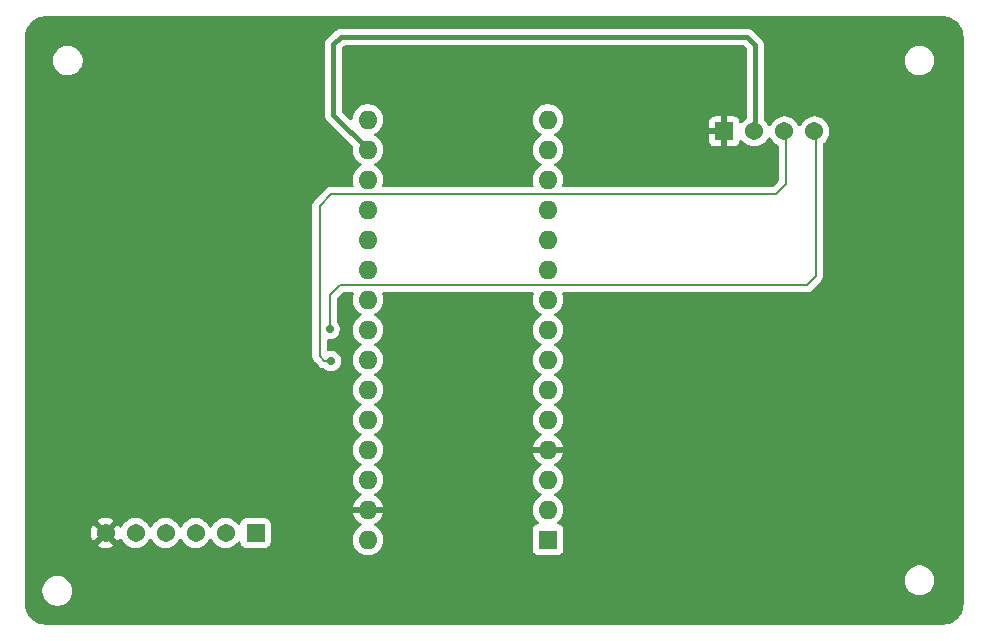
<source format=gbl>
G04 #@! TF.GenerationSoftware,KiCad,Pcbnew,9.0.2*
G04 #@! TF.CreationDate,2025-07-10T23:05:19-07:00*
G04 #@! TF.ProjectId,Digi-Clock,44696769-2d43-46c6-9f63-6b2e6b696361,rev?*
G04 #@! TF.SameCoordinates,Original*
G04 #@! TF.FileFunction,Copper,L2,Bot*
G04 #@! TF.FilePolarity,Positive*
%FSLAX46Y46*%
G04 Gerber Fmt 4.6, Leading zero omitted, Abs format (unit mm)*
G04 Created by KiCad (PCBNEW 9.0.2) date 2025-07-10 23:05:19*
%MOMM*%
%LPD*%
G01*
G04 APERTURE LIST*
G04 #@! TA.AperFunction,ComponentPad*
%ADD10R,1.600000X1.600000*%
G04 #@! TD*
G04 #@! TA.AperFunction,ComponentPad*
%ADD11O,1.600000X1.600000*%
G04 #@! TD*
G04 #@! TA.AperFunction,ComponentPad*
%ADD12R,1.540000X1.540000*%
G04 #@! TD*
G04 #@! TA.AperFunction,ComponentPad*
%ADD13C,1.540000*%
G04 #@! TD*
G04 #@! TA.AperFunction,ViaPad*
%ADD14C,0.700000*%
G04 #@! TD*
G04 #@! TA.AperFunction,Conductor*
%ADD15C,0.400000*%
G04 #@! TD*
G04 #@! TA.AperFunction,Conductor*
%ADD16C,0.200000*%
G04 #@! TD*
G04 APERTURE END LIST*
D10*
X169545000Y-97560000D03*
D11*
X169545000Y-95020000D03*
X169545000Y-92480000D03*
X169545000Y-89940000D03*
X169545000Y-87400000D03*
X169545000Y-84860000D03*
X169545000Y-82320000D03*
X169545000Y-79780000D03*
X169545000Y-77240000D03*
X169545000Y-74700000D03*
X169545000Y-72160000D03*
X169545000Y-69620000D03*
X169545000Y-67080000D03*
X169545000Y-64540000D03*
X169545000Y-62000000D03*
X154305000Y-62000000D03*
X154305000Y-64540000D03*
X154305000Y-67080000D03*
X154305000Y-69620000D03*
X154305000Y-72160000D03*
X154305000Y-74700000D03*
X154305000Y-77240000D03*
X154305000Y-79780000D03*
X154305000Y-82320000D03*
X154305000Y-84860000D03*
X154305000Y-87400000D03*
X154305000Y-89940000D03*
X154305000Y-92480000D03*
X154305000Y-95020000D03*
X154305000Y-97560000D03*
D12*
X144790000Y-97000000D03*
D13*
X142250000Y-97000000D03*
X139710000Y-97000000D03*
X137170000Y-97000000D03*
X134630000Y-97000000D03*
X132090000Y-97000000D03*
D12*
X184490000Y-63000000D03*
D13*
X187030000Y-63000000D03*
X189570000Y-63000000D03*
X192110000Y-63000000D03*
D14*
X151180800Y-82448400D03*
X151079200Y-79756000D03*
D15*
X187100000Y-55664000D02*
X186436000Y-55000000D01*
X151384000Y-61584000D02*
X154305000Y-64505000D01*
X151384000Y-55626000D02*
X151384000Y-61584000D01*
X187100000Y-62930000D02*
X187100000Y-55664000D01*
X187030000Y-63000000D02*
X187100000Y-62930000D01*
X152010000Y-55000000D02*
X151384000Y-55626000D01*
X154305000Y-64505000D02*
X154305000Y-64540000D01*
X186436000Y-55000000D02*
X152010000Y-55000000D01*
D16*
X150215600Y-82042000D02*
X150215600Y-69291200D01*
X150622000Y-82448400D02*
X150215600Y-82042000D01*
X150215600Y-69291200D02*
X151206800Y-68300000D01*
X189680000Y-63110000D02*
X189570000Y-63000000D01*
X151180800Y-82448400D02*
X150622000Y-82448400D01*
X189680000Y-67469600D02*
X189680000Y-63110000D01*
X188849600Y-68300000D02*
X189680000Y-67469600D01*
X151206800Y-68300000D02*
X188849600Y-68300000D01*
X192220000Y-75280000D02*
X192220000Y-63110000D01*
X151079200Y-79756000D02*
X151079200Y-76860400D01*
X191500000Y-76000000D02*
X192220000Y-75280000D01*
X151079200Y-76860400D02*
X151939600Y-76000000D01*
X192220000Y-63110000D02*
X192110000Y-63000000D01*
X151939600Y-76000000D02*
X191500000Y-76000000D01*
G04 #@! TA.AperFunction,Conductor*
G36*
X186161520Y-55720185D02*
G01*
X186182162Y-55736819D01*
X186363181Y-55917838D01*
X186396666Y-55979161D01*
X186399500Y-56005519D01*
X186399500Y-61824479D01*
X186379815Y-61891518D01*
X186348386Y-61924797D01*
X186202325Y-62030917D01*
X186202323Y-62030919D01*
X186202322Y-62030919D01*
X186060918Y-62172323D01*
X185984318Y-62277754D01*
X185928987Y-62320419D01*
X185859374Y-62326398D01*
X185797579Y-62293792D01*
X185763222Y-62232953D01*
X185760000Y-62204868D01*
X185760000Y-62182172D01*
X185759999Y-62182155D01*
X185753598Y-62122627D01*
X185753596Y-62122620D01*
X185703354Y-61987913D01*
X185703350Y-61987906D01*
X185617190Y-61872812D01*
X185617187Y-61872809D01*
X185502093Y-61786649D01*
X185502086Y-61786645D01*
X185367379Y-61736403D01*
X185367372Y-61736401D01*
X185307844Y-61730000D01*
X184740000Y-61730000D01*
X184740000Y-62684314D01*
X184735606Y-62679920D01*
X184644394Y-62627259D01*
X184542661Y-62600000D01*
X184437339Y-62600000D01*
X184335606Y-62627259D01*
X184244394Y-62679920D01*
X184240000Y-62684314D01*
X184240000Y-61730000D01*
X183672155Y-61730000D01*
X183612627Y-61736401D01*
X183612620Y-61736403D01*
X183477913Y-61786645D01*
X183477906Y-61786649D01*
X183362812Y-61872809D01*
X183362809Y-61872812D01*
X183276649Y-61987906D01*
X183276645Y-61987913D01*
X183226403Y-62122620D01*
X183226401Y-62122627D01*
X183220000Y-62182155D01*
X183220000Y-62750000D01*
X184174314Y-62750000D01*
X184169920Y-62754394D01*
X184117259Y-62845606D01*
X184090000Y-62947339D01*
X184090000Y-63052661D01*
X184117259Y-63154394D01*
X184169920Y-63245606D01*
X184174314Y-63250000D01*
X183220000Y-63250000D01*
X183220000Y-63817844D01*
X183226401Y-63877372D01*
X183226403Y-63877379D01*
X183276645Y-64012086D01*
X183276649Y-64012093D01*
X183362809Y-64127187D01*
X183362812Y-64127190D01*
X183477906Y-64213350D01*
X183477913Y-64213354D01*
X183612620Y-64263596D01*
X183612627Y-64263598D01*
X183672155Y-64269999D01*
X183672172Y-64270000D01*
X184240000Y-64270000D01*
X184240000Y-63315686D01*
X184244394Y-63320080D01*
X184335606Y-63372741D01*
X184437339Y-63400000D01*
X184542661Y-63400000D01*
X184644394Y-63372741D01*
X184735606Y-63320080D01*
X184740000Y-63315686D01*
X184740000Y-64270000D01*
X185307828Y-64270000D01*
X185307844Y-64269999D01*
X185367372Y-64263598D01*
X185367379Y-64263596D01*
X185502086Y-64213354D01*
X185502093Y-64213350D01*
X185617187Y-64127190D01*
X185617190Y-64127187D01*
X185703350Y-64012093D01*
X185703354Y-64012086D01*
X185753596Y-63877379D01*
X185753598Y-63877372D01*
X185759999Y-63817844D01*
X185760000Y-63817827D01*
X185760000Y-63795131D01*
X185779685Y-63728092D01*
X185832489Y-63682337D01*
X185901647Y-63672393D01*
X185965203Y-63701418D01*
X185984315Y-63722242D01*
X186060917Y-63827675D01*
X186202325Y-63969083D01*
X186364113Y-64086629D01*
X186443712Y-64127187D01*
X186542299Y-64177420D01*
X186579383Y-64189469D01*
X186732490Y-64239216D01*
X186930009Y-64270500D01*
X186930010Y-64270500D01*
X187129990Y-64270500D01*
X187129991Y-64270500D01*
X187327510Y-64239216D01*
X187517703Y-64177419D01*
X187695887Y-64086629D01*
X187857675Y-63969083D01*
X187999083Y-63827675D01*
X188116629Y-63665887D01*
X188189515Y-63522840D01*
X188237490Y-63472045D01*
X188305311Y-63455250D01*
X188371446Y-63477788D01*
X188410484Y-63522840D01*
X188483371Y-63665887D01*
X188600917Y-63827675D01*
X188742325Y-63969083D01*
X188841002Y-64040776D01*
X188904114Y-64086630D01*
X189011794Y-64141495D01*
X189062591Y-64189469D01*
X189079500Y-64251980D01*
X189079500Y-67169503D01*
X189059815Y-67236542D01*
X189043181Y-67257184D01*
X188637184Y-67663181D01*
X188575861Y-67696666D01*
X188549503Y-67699500D01*
X170881810Y-67699500D01*
X170814771Y-67679815D01*
X170769016Y-67627011D01*
X170759072Y-67557853D01*
X170763879Y-67537182D01*
X170813476Y-67384538D01*
X170813476Y-67384537D01*
X170813477Y-67384534D01*
X170845500Y-67182352D01*
X170845500Y-66977648D01*
X170813477Y-66775466D01*
X170750220Y-66580781D01*
X170750218Y-66580778D01*
X170750218Y-66580776D01*
X170716503Y-66514607D01*
X170657287Y-66398390D01*
X170649556Y-66387749D01*
X170536971Y-66232786D01*
X170392213Y-66088028D01*
X170226614Y-65967715D01*
X170220006Y-65964348D01*
X170133917Y-65920483D01*
X170083123Y-65872511D01*
X170066328Y-65804690D01*
X170088865Y-65738555D01*
X170133917Y-65699516D01*
X170226610Y-65652287D01*
X170247770Y-65636913D01*
X170392213Y-65531971D01*
X170392215Y-65531968D01*
X170392219Y-65531966D01*
X170536966Y-65387219D01*
X170536968Y-65387215D01*
X170536971Y-65387213D01*
X170589732Y-65314590D01*
X170657287Y-65221610D01*
X170750220Y-65039219D01*
X170813477Y-64844534D01*
X170845500Y-64642352D01*
X170845500Y-64437648D01*
X170817933Y-64263598D01*
X170813477Y-64235465D01*
X170765117Y-64086629D01*
X170750220Y-64040781D01*
X170750218Y-64040778D01*
X170750218Y-64040776D01*
X170716503Y-63974607D01*
X170657287Y-63858390D01*
X170634972Y-63827676D01*
X170536971Y-63692786D01*
X170392213Y-63548028D01*
X170226614Y-63427715D01*
X170172220Y-63400000D01*
X170133917Y-63380483D01*
X170126368Y-63373354D01*
X170116612Y-63369794D01*
X170101402Y-63349775D01*
X170083123Y-63332511D01*
X170080626Y-63322428D01*
X170074344Y-63314160D01*
X170072371Y-63289095D01*
X170066328Y-63264690D01*
X170069677Y-63254859D01*
X170068863Y-63244505D01*
X170080755Y-63222352D01*
X170088865Y-63198555D01*
X170097876Y-63190461D01*
X170101911Y-63182945D01*
X170125324Y-63165806D01*
X170130014Y-63161594D01*
X170131952Y-63160517D01*
X170226610Y-63112287D01*
X170308679Y-63052661D01*
X170392213Y-62991971D01*
X170392215Y-62991968D01*
X170392219Y-62991966D01*
X170536966Y-62847219D01*
X170536968Y-62847215D01*
X170536971Y-62847213D01*
X170607599Y-62750000D01*
X170657287Y-62681610D01*
X170750220Y-62499219D01*
X170813477Y-62304534D01*
X170824518Y-62234825D01*
X170836456Y-62159453D01*
X170845500Y-62102351D01*
X170845500Y-61897648D01*
X170813477Y-61695465D01*
X170750218Y-61500776D01*
X170716503Y-61434607D01*
X170657287Y-61318390D01*
X170639453Y-61293843D01*
X170536971Y-61152786D01*
X170392213Y-61008028D01*
X170226613Y-60887715D01*
X170226612Y-60887714D01*
X170226610Y-60887713D01*
X170169653Y-60858691D01*
X170044223Y-60794781D01*
X169849534Y-60731522D01*
X169674995Y-60703878D01*
X169647352Y-60699500D01*
X169442648Y-60699500D01*
X169418329Y-60703351D01*
X169240465Y-60731522D01*
X169045776Y-60794781D01*
X168863386Y-60887715D01*
X168697786Y-61008028D01*
X168553028Y-61152786D01*
X168432715Y-61318386D01*
X168339781Y-61500776D01*
X168276522Y-61695465D01*
X168244500Y-61897648D01*
X168244500Y-62102351D01*
X168276522Y-62304534D01*
X168339781Y-62499223D01*
X168432715Y-62681613D01*
X168553028Y-62847213D01*
X168697786Y-62991971D01*
X168838068Y-63093890D01*
X168863390Y-63112287D01*
X168946030Y-63154394D01*
X168956080Y-63159515D01*
X169006876Y-63207490D01*
X169023671Y-63275311D01*
X169001134Y-63341446D01*
X168956080Y-63380485D01*
X168863386Y-63427715D01*
X168697786Y-63548028D01*
X168553028Y-63692786D01*
X168432715Y-63858386D01*
X168339781Y-64040776D01*
X168276522Y-64235465D01*
X168244500Y-64437648D01*
X168244500Y-64642351D01*
X168276522Y-64844534D01*
X168339781Y-65039223D01*
X168432715Y-65221613D01*
X168553028Y-65387213D01*
X168697786Y-65531971D01*
X168852749Y-65644556D01*
X168863390Y-65652287D01*
X168954840Y-65698883D01*
X168956080Y-65699515D01*
X169006876Y-65747490D01*
X169023671Y-65815311D01*
X169001134Y-65881446D01*
X168956080Y-65920485D01*
X168863386Y-65967715D01*
X168697786Y-66088028D01*
X168553028Y-66232786D01*
X168432715Y-66398386D01*
X168339781Y-66580776D01*
X168276522Y-66775465D01*
X168244500Y-66977648D01*
X168244500Y-67182351D01*
X168276523Y-67384535D01*
X168276523Y-67384538D01*
X168326121Y-67537182D01*
X168328116Y-67607023D01*
X168292036Y-67666856D01*
X168229335Y-67697684D01*
X168208190Y-67699500D01*
X155641810Y-67699500D01*
X155574771Y-67679815D01*
X155529016Y-67627011D01*
X155519072Y-67557853D01*
X155523879Y-67537182D01*
X155573476Y-67384538D01*
X155573476Y-67384537D01*
X155573477Y-67384534D01*
X155605500Y-67182352D01*
X155605500Y-66977648D01*
X155573477Y-66775466D01*
X155510220Y-66580781D01*
X155510218Y-66580778D01*
X155510218Y-66580776D01*
X155476503Y-66514607D01*
X155417287Y-66398390D01*
X155409556Y-66387749D01*
X155296971Y-66232786D01*
X155152213Y-66088028D01*
X154986614Y-65967715D01*
X154980006Y-65964348D01*
X154893917Y-65920483D01*
X154843123Y-65872511D01*
X154826328Y-65804690D01*
X154848865Y-65738555D01*
X154893917Y-65699516D01*
X154986610Y-65652287D01*
X155007770Y-65636913D01*
X155152213Y-65531971D01*
X155152215Y-65531968D01*
X155152219Y-65531966D01*
X155296966Y-65387219D01*
X155296968Y-65387215D01*
X155296971Y-65387213D01*
X155349732Y-65314590D01*
X155417287Y-65221610D01*
X155510220Y-65039219D01*
X155573477Y-64844534D01*
X155605500Y-64642352D01*
X155605500Y-64437648D01*
X155577933Y-64263598D01*
X155573477Y-64235465D01*
X155525117Y-64086629D01*
X155510220Y-64040781D01*
X155510218Y-64040778D01*
X155510218Y-64040776D01*
X155476503Y-63974607D01*
X155417287Y-63858390D01*
X155394972Y-63827676D01*
X155296971Y-63692786D01*
X155152213Y-63548028D01*
X154986614Y-63427715D01*
X154932220Y-63400000D01*
X154893917Y-63380483D01*
X154843123Y-63332511D01*
X154826328Y-63264690D01*
X154848865Y-63198555D01*
X154893917Y-63159516D01*
X154986610Y-63112287D01*
X155068679Y-63052661D01*
X155152213Y-62991971D01*
X155152215Y-62991968D01*
X155152219Y-62991966D01*
X155296966Y-62847219D01*
X155296968Y-62847215D01*
X155296971Y-62847213D01*
X155367599Y-62750000D01*
X155417287Y-62681610D01*
X155510220Y-62499219D01*
X155573477Y-62304534D01*
X155605500Y-62102352D01*
X155605500Y-61897648D01*
X155573477Y-61695466D01*
X155510220Y-61500781D01*
X155510218Y-61500778D01*
X155510218Y-61500776D01*
X155476503Y-61434607D01*
X155417287Y-61318390D01*
X155399453Y-61293843D01*
X155296971Y-61152786D01*
X155152213Y-61008028D01*
X154986613Y-60887715D01*
X154986612Y-60887714D01*
X154986610Y-60887713D01*
X154929653Y-60858691D01*
X154804223Y-60794781D01*
X154609534Y-60731522D01*
X154434995Y-60703878D01*
X154407352Y-60699500D01*
X154202648Y-60699500D01*
X154178329Y-60703351D01*
X154000465Y-60731522D01*
X153805776Y-60794781D01*
X153623386Y-60887715D01*
X153457786Y-61008028D01*
X153313028Y-61152786D01*
X153192715Y-61318386D01*
X153099781Y-61500776D01*
X153036522Y-61695465D01*
X153004500Y-61897648D01*
X153004500Y-61914481D01*
X152984815Y-61981520D01*
X152932011Y-62027275D01*
X152862853Y-62037219D01*
X152799297Y-62008194D01*
X152792819Y-62002162D01*
X152120819Y-61330162D01*
X152087334Y-61268839D01*
X152084500Y-61242481D01*
X152084500Y-55967519D01*
X152093144Y-55938078D01*
X152099668Y-55908092D01*
X152103422Y-55903076D01*
X152104185Y-55900480D01*
X152120819Y-55879838D01*
X152263838Y-55736819D01*
X152325161Y-55703334D01*
X152351519Y-55700500D01*
X186094481Y-55700500D01*
X186161520Y-55720185D01*
G37*
G04 #@! TD.AperFunction*
G04 #@! TA.AperFunction,Conductor*
G36*
X203004418Y-53250816D02*
G01*
X203240140Y-53267674D01*
X203257641Y-53270191D01*
X203484229Y-53319482D01*
X203501188Y-53324461D01*
X203638672Y-53375740D01*
X203718462Y-53405501D01*
X203734555Y-53412851D01*
X203938068Y-53523977D01*
X203952951Y-53533542D01*
X204138579Y-53672501D01*
X204151950Y-53684087D01*
X204315912Y-53848049D01*
X204327498Y-53861420D01*
X204466457Y-54047048D01*
X204476022Y-54061931D01*
X204587148Y-54265444D01*
X204594498Y-54281537D01*
X204675535Y-54498803D01*
X204680519Y-54515779D01*
X204729807Y-54742352D01*
X204732325Y-54759864D01*
X204749184Y-54995581D01*
X204749500Y-55004427D01*
X204749500Y-102995572D01*
X204749184Y-103004418D01*
X204732325Y-103240135D01*
X204729807Y-103257647D01*
X204680519Y-103484220D01*
X204675535Y-103501196D01*
X204594498Y-103718462D01*
X204587148Y-103734555D01*
X204476022Y-103938068D01*
X204466457Y-103952951D01*
X204327498Y-104138579D01*
X204315912Y-104151950D01*
X204151950Y-104315912D01*
X204138579Y-104327498D01*
X203952951Y-104466457D01*
X203938068Y-104476022D01*
X203734555Y-104587148D01*
X203718462Y-104594498D01*
X203501196Y-104675535D01*
X203484220Y-104680519D01*
X203257647Y-104729807D01*
X203240135Y-104732325D01*
X203004418Y-104749184D01*
X202995572Y-104749500D01*
X127004428Y-104749500D01*
X126995582Y-104749184D01*
X126759864Y-104732325D01*
X126742352Y-104729807D01*
X126515779Y-104680519D01*
X126498803Y-104675535D01*
X126281537Y-104594498D01*
X126265444Y-104587148D01*
X126061931Y-104476022D01*
X126047048Y-104466457D01*
X125861420Y-104327498D01*
X125848049Y-104315912D01*
X125684087Y-104151950D01*
X125672501Y-104138579D01*
X125533542Y-103952951D01*
X125523977Y-103938068D01*
X125412851Y-103734555D01*
X125405501Y-103718462D01*
X125375740Y-103638672D01*
X125324461Y-103501188D01*
X125319482Y-103484229D01*
X125270191Y-103257641D01*
X125267674Y-103240135D01*
X125261263Y-103150500D01*
X125250816Y-103004418D01*
X125250500Y-102995572D01*
X125250500Y-101801577D01*
X126749500Y-101801577D01*
X126749500Y-101998422D01*
X126780290Y-102192826D01*
X126841117Y-102380029D01*
X126891735Y-102479371D01*
X126930476Y-102555405D01*
X127046172Y-102714646D01*
X127185354Y-102853828D01*
X127344595Y-102969524D01*
X127404408Y-103000000D01*
X127519970Y-103058882D01*
X127519972Y-103058882D01*
X127519975Y-103058884D01*
X127620317Y-103091487D01*
X127707173Y-103119709D01*
X127901578Y-103150500D01*
X127901583Y-103150500D01*
X128098422Y-103150500D01*
X128292826Y-103119709D01*
X128480025Y-103058884D01*
X128655405Y-102969524D01*
X128814646Y-102853828D01*
X128953828Y-102714646D01*
X129069524Y-102555405D01*
X129158884Y-102380025D01*
X129219709Y-102192826D01*
X129239238Y-102069524D01*
X129250500Y-101998422D01*
X129250500Y-101801577D01*
X129219709Y-101607173D01*
X129178397Y-101480029D01*
X129158884Y-101419975D01*
X129158882Y-101419972D01*
X129158882Y-101419970D01*
X129069523Y-101244594D01*
X129065459Y-101239000D01*
X128953828Y-101085354D01*
X128814646Y-100946172D01*
X128753267Y-100901577D01*
X199749500Y-100901577D01*
X199749500Y-101098422D01*
X199780290Y-101292826D01*
X199841117Y-101480029D01*
X199905901Y-101607174D01*
X199930476Y-101655405D01*
X200046172Y-101814646D01*
X200185354Y-101953828D01*
X200344595Y-102069524D01*
X200427455Y-102111743D01*
X200519970Y-102158882D01*
X200519972Y-102158882D01*
X200519975Y-102158884D01*
X200620317Y-102191487D01*
X200707173Y-102219709D01*
X200901578Y-102250500D01*
X200901583Y-102250500D01*
X201098422Y-102250500D01*
X201292826Y-102219709D01*
X201480025Y-102158884D01*
X201655405Y-102069524D01*
X201814646Y-101953828D01*
X201953828Y-101814646D01*
X202069524Y-101655405D01*
X202158884Y-101480025D01*
X202219709Y-101292826D01*
X202231629Y-101217568D01*
X202250500Y-101098422D01*
X202250500Y-100901577D01*
X202219709Y-100707173D01*
X202158882Y-100519970D01*
X202069523Y-100344594D01*
X202024607Y-100282773D01*
X201953828Y-100185354D01*
X201814646Y-100046172D01*
X201655405Y-99930476D01*
X201480029Y-99841117D01*
X201292826Y-99780290D01*
X201098422Y-99749500D01*
X201098417Y-99749500D01*
X200901583Y-99749500D01*
X200901578Y-99749500D01*
X200707173Y-99780290D01*
X200519970Y-99841117D01*
X200344594Y-99930476D01*
X200253741Y-99996485D01*
X200185354Y-100046172D01*
X200185352Y-100046174D01*
X200185351Y-100046174D01*
X200046174Y-100185351D01*
X200046174Y-100185352D01*
X200046172Y-100185354D01*
X199996485Y-100253741D01*
X199930476Y-100344594D01*
X199841117Y-100519970D01*
X199780290Y-100707173D01*
X199749500Y-100901577D01*
X128753267Y-100901577D01*
X128655405Y-100830476D01*
X128480029Y-100741117D01*
X128292826Y-100680290D01*
X128098422Y-100649500D01*
X128098417Y-100649500D01*
X127901583Y-100649500D01*
X127901578Y-100649500D01*
X127707173Y-100680290D01*
X127519970Y-100741117D01*
X127344594Y-100830476D01*
X127253741Y-100896485D01*
X127185354Y-100946172D01*
X127185352Y-100946174D01*
X127185351Y-100946174D01*
X127046174Y-101085351D01*
X127046174Y-101085352D01*
X127046172Y-101085354D01*
X126996485Y-101153741D01*
X126930476Y-101244594D01*
X126841117Y-101419970D01*
X126780290Y-101607173D01*
X126749500Y-101801577D01*
X125250500Y-101801577D01*
X125250500Y-96900049D01*
X130820000Y-96900049D01*
X130820000Y-97099950D01*
X130851272Y-97297393D01*
X130913043Y-97487508D01*
X131003798Y-97665623D01*
X131003799Y-97665625D01*
X131032001Y-97704443D01*
X131032002Y-97704443D01*
X131690000Y-97046445D01*
X131690000Y-97052661D01*
X131717259Y-97154394D01*
X131769920Y-97245606D01*
X131844394Y-97320080D01*
X131935606Y-97372741D01*
X132037339Y-97400000D01*
X132043553Y-97400000D01*
X131385555Y-98057995D01*
X131385555Y-98057996D01*
X131424378Y-98086202D01*
X131602491Y-98176956D01*
X131792606Y-98238727D01*
X131990050Y-98270000D01*
X132189950Y-98270000D01*
X132387393Y-98238727D01*
X132577508Y-98176956D01*
X132755617Y-98086204D01*
X132755630Y-98086196D01*
X132794443Y-98057997D01*
X132794444Y-98057996D01*
X132136447Y-97400000D01*
X132142661Y-97400000D01*
X132244394Y-97372741D01*
X132335606Y-97320080D01*
X132410080Y-97245606D01*
X132462741Y-97154394D01*
X132490000Y-97052661D01*
X132490000Y-97046448D01*
X133147996Y-97704444D01*
X133147997Y-97704443D01*
X133176196Y-97665630D01*
X133176204Y-97665617D01*
X133249234Y-97522290D01*
X133297209Y-97471494D01*
X133365030Y-97454699D01*
X133431165Y-97477236D01*
X133470204Y-97522290D01*
X133543371Y-97665887D01*
X133660917Y-97827675D01*
X133802325Y-97969083D01*
X133964113Y-98086629D01*
X134141388Y-98176956D01*
X134142299Y-98177420D01*
X134237393Y-98208317D01*
X134332490Y-98239216D01*
X134530009Y-98270500D01*
X134530010Y-98270500D01*
X134729990Y-98270500D01*
X134729991Y-98270500D01*
X134927510Y-98239216D01*
X135117703Y-98177419D01*
X135295887Y-98086629D01*
X135457675Y-97969083D01*
X135599083Y-97827675D01*
X135716629Y-97665887D01*
X135789515Y-97522840D01*
X135837490Y-97472045D01*
X135905311Y-97455250D01*
X135971446Y-97477788D01*
X136010484Y-97522840D01*
X136083371Y-97665887D01*
X136200917Y-97827675D01*
X136342325Y-97969083D01*
X136504113Y-98086629D01*
X136681388Y-98176956D01*
X136682299Y-98177420D01*
X136777393Y-98208317D01*
X136872490Y-98239216D01*
X137070009Y-98270500D01*
X137070010Y-98270500D01*
X137269990Y-98270500D01*
X137269991Y-98270500D01*
X137467510Y-98239216D01*
X137657703Y-98177419D01*
X137835887Y-98086629D01*
X137997675Y-97969083D01*
X138139083Y-97827675D01*
X138256629Y-97665887D01*
X138329515Y-97522840D01*
X138377490Y-97472045D01*
X138445311Y-97455250D01*
X138511446Y-97477788D01*
X138550484Y-97522840D01*
X138623371Y-97665887D01*
X138740917Y-97827675D01*
X138882325Y-97969083D01*
X139044113Y-98086629D01*
X139221388Y-98176956D01*
X139222299Y-98177420D01*
X139317393Y-98208317D01*
X139412490Y-98239216D01*
X139610009Y-98270500D01*
X139610010Y-98270500D01*
X139809990Y-98270500D01*
X139809991Y-98270500D01*
X140007510Y-98239216D01*
X140197703Y-98177419D01*
X140375887Y-98086629D01*
X140537675Y-97969083D01*
X140679083Y-97827675D01*
X140796629Y-97665887D01*
X140869515Y-97522840D01*
X140917490Y-97472045D01*
X140985311Y-97455250D01*
X141051446Y-97477788D01*
X141090484Y-97522840D01*
X141163371Y-97665887D01*
X141280917Y-97827675D01*
X141422325Y-97969083D01*
X141584113Y-98086629D01*
X141761388Y-98176956D01*
X141762299Y-98177420D01*
X141857393Y-98208317D01*
X141952490Y-98239216D01*
X142150009Y-98270500D01*
X142150010Y-98270500D01*
X142349990Y-98270500D01*
X142349991Y-98270500D01*
X142547510Y-98239216D01*
X142737703Y-98177419D01*
X142915887Y-98086629D01*
X143077675Y-97969083D01*
X143219083Y-97827675D01*
X143295183Y-97722931D01*
X143350511Y-97680267D01*
X143420125Y-97674288D01*
X143481920Y-97706893D01*
X143516277Y-97767732D01*
X143519500Y-97795813D01*
X143519500Y-97817867D01*
X143519501Y-97817876D01*
X143525908Y-97877483D01*
X143576202Y-98012328D01*
X143576206Y-98012335D01*
X143662452Y-98127544D01*
X143662455Y-98127547D01*
X143777664Y-98213793D01*
X143777671Y-98213797D01*
X143912517Y-98264091D01*
X143912516Y-98264091D01*
X143919444Y-98264835D01*
X143972127Y-98270500D01*
X145607872Y-98270499D01*
X145667483Y-98264091D01*
X145802331Y-98213796D01*
X145917546Y-98127546D01*
X146003796Y-98012331D01*
X146054091Y-97877483D01*
X146060500Y-97817873D01*
X146060499Y-97000000D01*
X146060499Y-96182129D01*
X146060498Y-96182123D01*
X146060497Y-96182116D01*
X146054091Y-96122517D01*
X146022691Y-96038330D01*
X146003797Y-95987671D01*
X146003793Y-95987664D01*
X145917547Y-95872455D01*
X145917544Y-95872452D01*
X145802335Y-95786206D01*
X145802328Y-95786202D01*
X145667482Y-95735908D01*
X145667483Y-95735908D01*
X145607883Y-95729501D01*
X145607881Y-95729500D01*
X145607873Y-95729500D01*
X145607864Y-95729500D01*
X143972129Y-95729500D01*
X143972123Y-95729501D01*
X143912516Y-95735908D01*
X143777671Y-95786202D01*
X143777664Y-95786206D01*
X143662455Y-95872452D01*
X143662452Y-95872455D01*
X143576206Y-95987664D01*
X143576202Y-95987671D01*
X143525908Y-96122517D01*
X143521527Y-96163273D01*
X143519501Y-96182123D01*
X143519500Y-96182135D01*
X143519500Y-96204180D01*
X143499815Y-96271219D01*
X143447011Y-96316974D01*
X143377853Y-96326918D01*
X143314297Y-96297893D01*
X143295182Y-96277066D01*
X143282419Y-96259500D01*
X143219083Y-96172325D01*
X143077675Y-96030917D01*
X142915887Y-95913371D01*
X142737700Y-95822579D01*
X142547511Y-95760784D01*
X142448750Y-95745142D01*
X142349991Y-95729500D01*
X142150009Y-95729500D01*
X142084169Y-95739928D01*
X141952488Y-95760784D01*
X141762299Y-95822579D01*
X141584112Y-95913371D01*
X141491806Y-95980435D01*
X141422325Y-96030917D01*
X141422323Y-96030919D01*
X141422322Y-96030919D01*
X141280919Y-96172322D01*
X141280919Y-96172323D01*
X141280917Y-96172325D01*
X141273795Y-96182128D01*
X141163367Y-96334117D01*
X141090484Y-96477158D01*
X141042510Y-96527954D01*
X140974689Y-96544749D01*
X140908554Y-96522211D01*
X140869516Y-96477158D01*
X140796632Y-96334117D01*
X140783616Y-96316202D01*
X140679083Y-96172325D01*
X140537675Y-96030917D01*
X140375887Y-95913371D01*
X140197700Y-95822579D01*
X140007511Y-95760784D01*
X139908750Y-95745142D01*
X139809991Y-95729500D01*
X139610009Y-95729500D01*
X139544169Y-95739928D01*
X139412488Y-95760784D01*
X139222299Y-95822579D01*
X139044112Y-95913371D01*
X138951806Y-95980435D01*
X138882325Y-96030917D01*
X138882323Y-96030919D01*
X138882322Y-96030919D01*
X138740919Y-96172322D01*
X138740919Y-96172323D01*
X138740917Y-96172325D01*
X138733795Y-96182128D01*
X138623367Y-96334117D01*
X138550484Y-96477158D01*
X138502510Y-96527954D01*
X138434689Y-96544749D01*
X138368554Y-96522211D01*
X138329516Y-96477158D01*
X138256632Y-96334117D01*
X138243616Y-96316202D01*
X138139083Y-96172325D01*
X137997675Y-96030917D01*
X137835887Y-95913371D01*
X137657700Y-95822579D01*
X137467511Y-95760784D01*
X137368750Y-95745142D01*
X137269991Y-95729500D01*
X137070009Y-95729500D01*
X137004169Y-95739928D01*
X136872488Y-95760784D01*
X136682299Y-95822579D01*
X136504112Y-95913371D01*
X136411806Y-95980435D01*
X136342325Y-96030917D01*
X136342323Y-96030919D01*
X136342322Y-96030919D01*
X136200919Y-96172322D01*
X136200919Y-96172323D01*
X136200917Y-96172325D01*
X136193795Y-96182128D01*
X136083367Y-96334117D01*
X136010484Y-96477158D01*
X135962510Y-96527954D01*
X135894689Y-96544749D01*
X135828554Y-96522211D01*
X135789516Y-96477158D01*
X135716632Y-96334117D01*
X135703616Y-96316202D01*
X135599083Y-96172325D01*
X135457675Y-96030917D01*
X135295887Y-95913371D01*
X135117700Y-95822579D01*
X134927511Y-95760784D01*
X134828750Y-95745142D01*
X134729991Y-95729500D01*
X134530009Y-95729500D01*
X134464169Y-95739928D01*
X134332488Y-95760784D01*
X134142299Y-95822579D01*
X133964112Y-95913371D01*
X133871806Y-95980435D01*
X133802325Y-96030917D01*
X133802323Y-96030919D01*
X133802322Y-96030919D01*
X133660919Y-96172322D01*
X133660919Y-96172323D01*
X133660917Y-96172325D01*
X133653795Y-96182128D01*
X133543369Y-96334114D01*
X133470203Y-96477710D01*
X133422229Y-96528505D01*
X133354408Y-96545300D01*
X133288273Y-96522762D01*
X133249234Y-96477709D01*
X133176202Y-96334379D01*
X133147996Y-96295555D01*
X133147995Y-96295555D01*
X132490000Y-96953551D01*
X132490000Y-96947339D01*
X132462741Y-96845606D01*
X132410080Y-96754394D01*
X132335606Y-96679920D01*
X132244394Y-96627259D01*
X132142661Y-96600000D01*
X132136445Y-96600000D01*
X132794443Y-95942002D01*
X132794443Y-95942001D01*
X132755625Y-95913799D01*
X132755623Y-95913798D01*
X132577508Y-95823043D01*
X132387393Y-95761272D01*
X132189950Y-95730000D01*
X131990050Y-95730000D01*
X131792606Y-95761272D01*
X131602491Y-95823043D01*
X131424372Y-95913800D01*
X131385555Y-95942001D01*
X131385555Y-95942002D01*
X132043553Y-96600000D01*
X132037339Y-96600000D01*
X131935606Y-96627259D01*
X131844394Y-96679920D01*
X131769920Y-96754394D01*
X131717259Y-96845606D01*
X131690000Y-96947339D01*
X131690000Y-96953553D01*
X131032002Y-96295555D01*
X131032001Y-96295555D01*
X131003800Y-96334372D01*
X130913043Y-96512491D01*
X130851272Y-96702606D01*
X130820000Y-96900049D01*
X125250500Y-96900049D01*
X125250500Y-82121054D01*
X149615098Y-82121054D01*
X149656023Y-82273785D01*
X149684958Y-82323900D01*
X149684959Y-82323904D01*
X149684960Y-82323904D01*
X149708474Y-82364633D01*
X149735079Y-82410714D01*
X149735081Y-82410717D01*
X149853949Y-82529585D01*
X149853955Y-82529590D01*
X150137139Y-82812774D01*
X150137149Y-82812785D01*
X150141479Y-82817115D01*
X150141480Y-82817116D01*
X150253284Y-82928920D01*
X150253286Y-82928921D01*
X150253290Y-82928924D01*
X150360052Y-82990562D01*
X150390216Y-83007977D01*
X150502019Y-83037934D01*
X150542942Y-83048900D01*
X150542943Y-83048900D01*
X150545915Y-83048900D01*
X150556089Y-83051446D01*
X150580341Y-83065682D01*
X150606059Y-83077056D01*
X150613657Y-83084045D01*
X150638638Y-83109026D01*
X150777937Y-83202103D01*
X150932718Y-83266216D01*
X151097028Y-83298899D01*
X151097032Y-83298900D01*
X151097033Y-83298900D01*
X151264568Y-83298900D01*
X151264569Y-83298899D01*
X151428882Y-83266216D01*
X151583663Y-83202103D01*
X151722962Y-83109026D01*
X151841426Y-82990562D01*
X151934503Y-82851263D01*
X151998616Y-82696482D01*
X152031300Y-82532167D01*
X152031300Y-82364633D01*
X151998616Y-82200318D01*
X151934503Y-82045537D01*
X151879313Y-81962939D01*
X151841426Y-81906237D01*
X151722962Y-81787773D01*
X151583660Y-81694695D01*
X151428882Y-81630584D01*
X151428874Y-81630582D01*
X151264571Y-81597900D01*
X151264567Y-81597900D01*
X151097033Y-81597900D01*
X151097028Y-81597900D01*
X150964291Y-81624303D01*
X150894699Y-81618076D01*
X150839522Y-81575212D01*
X150816278Y-81509323D01*
X150816100Y-81502686D01*
X150816100Y-80721923D01*
X150835785Y-80654884D01*
X150888589Y-80609129D01*
X150957747Y-80599185D01*
X150964291Y-80600306D01*
X150995428Y-80606499D01*
X150995432Y-80606500D01*
X150995433Y-80606500D01*
X151162968Y-80606500D01*
X151162969Y-80606499D01*
X151327282Y-80573816D01*
X151482063Y-80509703D01*
X151621362Y-80416626D01*
X151739826Y-80298162D01*
X151832903Y-80158863D01*
X151897016Y-80004082D01*
X151929700Y-79839767D01*
X151929700Y-79672233D01*
X151897016Y-79507918D01*
X151832903Y-79353137D01*
X151784553Y-79280776D01*
X151739826Y-79213837D01*
X151716019Y-79190030D01*
X151682534Y-79128707D01*
X151679700Y-79102349D01*
X151679700Y-77160497D01*
X151699385Y-77093458D01*
X151716019Y-77072816D01*
X152152016Y-76636819D01*
X152213339Y-76603334D01*
X152239697Y-76600500D01*
X152974689Y-76600500D01*
X153041728Y-76620185D01*
X153087483Y-76672989D01*
X153097427Y-76742147D01*
X153092621Y-76762812D01*
X153075513Y-76815465D01*
X153036522Y-76935465D01*
X153004500Y-77137648D01*
X153004500Y-77342351D01*
X153036522Y-77544534D01*
X153099781Y-77739223D01*
X153192715Y-77921613D01*
X153313028Y-78087213D01*
X153457786Y-78231971D01*
X153612749Y-78344556D01*
X153623390Y-78352287D01*
X153714840Y-78398883D01*
X153716080Y-78399515D01*
X153766876Y-78447490D01*
X153783671Y-78515311D01*
X153761134Y-78581446D01*
X153716080Y-78620485D01*
X153623386Y-78667715D01*
X153457786Y-78788028D01*
X153313028Y-78932786D01*
X153192715Y-79098386D01*
X153099781Y-79280776D01*
X153036522Y-79475465D01*
X153004500Y-79677648D01*
X153004500Y-79882351D01*
X153036522Y-80084534D01*
X153099781Y-80279223D01*
X153163691Y-80404653D01*
X153169792Y-80416626D01*
X153192715Y-80461613D01*
X153313028Y-80627213D01*
X153457786Y-80771971D01*
X153612749Y-80884556D01*
X153623390Y-80892287D01*
X153714840Y-80938883D01*
X153716080Y-80939515D01*
X153766876Y-80987490D01*
X153783671Y-81055311D01*
X153761134Y-81121446D01*
X153716080Y-81160485D01*
X153623386Y-81207715D01*
X153457786Y-81328028D01*
X153313028Y-81472786D01*
X153192715Y-81638386D01*
X153099781Y-81820776D01*
X153036522Y-82015465D01*
X153004500Y-82217648D01*
X153004500Y-82422351D01*
X153036522Y-82624534D01*
X153099781Y-82819223D01*
X153192715Y-83001613D01*
X153313028Y-83167213D01*
X153457786Y-83311971D01*
X153612749Y-83424556D01*
X153623390Y-83432287D01*
X153714840Y-83478883D01*
X153716080Y-83479515D01*
X153766876Y-83527490D01*
X153783671Y-83595311D01*
X153761134Y-83661446D01*
X153716080Y-83700485D01*
X153623386Y-83747715D01*
X153457786Y-83868028D01*
X153313028Y-84012786D01*
X153192715Y-84178386D01*
X153099781Y-84360776D01*
X153036522Y-84555465D01*
X153004500Y-84757648D01*
X153004500Y-84962351D01*
X153036522Y-85164534D01*
X153099781Y-85359223D01*
X153192715Y-85541613D01*
X153313028Y-85707213D01*
X153457786Y-85851971D01*
X153612749Y-85964556D01*
X153623390Y-85972287D01*
X153714840Y-86018883D01*
X153716080Y-86019515D01*
X153766876Y-86067490D01*
X153783671Y-86135311D01*
X153761134Y-86201446D01*
X153716080Y-86240485D01*
X153623386Y-86287715D01*
X153457786Y-86408028D01*
X153313028Y-86552786D01*
X153192715Y-86718386D01*
X153099781Y-86900776D01*
X153036522Y-87095465D01*
X153004500Y-87297648D01*
X153004500Y-87502351D01*
X153036522Y-87704534D01*
X153099781Y-87899223D01*
X153192715Y-88081613D01*
X153313028Y-88247213D01*
X153457786Y-88391971D01*
X153612749Y-88504556D01*
X153623390Y-88512287D01*
X153714840Y-88558883D01*
X153716080Y-88559515D01*
X153766876Y-88607490D01*
X153783671Y-88675311D01*
X153761134Y-88741446D01*
X153716080Y-88780485D01*
X153623386Y-88827715D01*
X153457786Y-88948028D01*
X153313028Y-89092786D01*
X153192715Y-89258386D01*
X153099781Y-89440776D01*
X153036522Y-89635465D01*
X153004500Y-89837648D01*
X153004500Y-90042351D01*
X153036522Y-90244534D01*
X153099781Y-90439223D01*
X153192715Y-90621613D01*
X153313028Y-90787213D01*
X153457786Y-90931971D01*
X153612749Y-91044556D01*
X153623390Y-91052287D01*
X153714840Y-91098883D01*
X153716080Y-91099515D01*
X153766876Y-91147490D01*
X153783671Y-91215311D01*
X153761134Y-91281446D01*
X153716080Y-91320485D01*
X153623386Y-91367715D01*
X153457786Y-91488028D01*
X153313028Y-91632786D01*
X153192715Y-91798386D01*
X153099781Y-91980776D01*
X153036522Y-92175465D01*
X153004500Y-92377648D01*
X153004500Y-92582351D01*
X153036522Y-92784534D01*
X153099781Y-92979223D01*
X153192715Y-93161613D01*
X153313028Y-93327213D01*
X153457786Y-93471971D01*
X153612749Y-93584556D01*
X153623390Y-93592287D01*
X153695424Y-93628990D01*
X153716629Y-93639795D01*
X153767425Y-93687770D01*
X153784220Y-93755591D01*
X153761682Y-93821726D01*
X153716629Y-93860765D01*
X153623650Y-93908140D01*
X153458105Y-94028417D01*
X153458104Y-94028417D01*
X153313417Y-94173104D01*
X153313417Y-94173105D01*
X153193140Y-94338650D01*
X153100244Y-94520970D01*
X153037009Y-94715586D01*
X153028391Y-94770000D01*
X153871988Y-94770000D01*
X153839075Y-94827007D01*
X153805000Y-94954174D01*
X153805000Y-95085826D01*
X153839075Y-95212993D01*
X153871988Y-95270000D01*
X153028391Y-95270000D01*
X153037009Y-95324413D01*
X153100244Y-95519029D01*
X153193140Y-95701349D01*
X153313417Y-95866894D01*
X153313417Y-95866895D01*
X153458104Y-96011582D01*
X153623652Y-96131861D01*
X153716628Y-96179234D01*
X153767425Y-96227208D01*
X153784220Y-96295029D01*
X153761683Y-96361164D01*
X153716630Y-96400203D01*
X153623388Y-96447713D01*
X153457786Y-96568028D01*
X153313028Y-96712786D01*
X153192715Y-96878386D01*
X153099781Y-97060776D01*
X153036522Y-97255465D01*
X153005272Y-97452776D01*
X153004500Y-97457648D01*
X153004500Y-97662352D01*
X153005019Y-97665630D01*
X153036522Y-97864534D01*
X153099781Y-98059223D01*
X153163691Y-98184653D01*
X153191493Y-98239216D01*
X153192715Y-98241613D01*
X153313028Y-98407213D01*
X153457786Y-98551971D01*
X153612749Y-98664556D01*
X153623390Y-98672287D01*
X153712212Y-98717544D01*
X153805776Y-98765218D01*
X153805778Y-98765218D01*
X153805781Y-98765220D01*
X153910137Y-98799127D01*
X154000465Y-98828477D01*
X154101557Y-98844488D01*
X154202648Y-98860500D01*
X154202649Y-98860500D01*
X154407351Y-98860500D01*
X154407352Y-98860500D01*
X154609534Y-98828477D01*
X154804219Y-98765220D01*
X154986610Y-98672287D01*
X155082901Y-98602328D01*
X155152213Y-98551971D01*
X155152215Y-98551968D01*
X155152219Y-98551966D01*
X155296966Y-98407219D01*
X155296968Y-98407215D01*
X155296971Y-98407213D01*
X155396298Y-98270499D01*
X155417287Y-98241610D01*
X155510220Y-98059219D01*
X155573477Y-97864534D01*
X155605500Y-97662352D01*
X155605500Y-97457648D01*
X155573477Y-97255466D01*
X155570273Y-97245606D01*
X155525010Y-97106301D01*
X155510220Y-97060781D01*
X155510218Y-97060778D01*
X155510218Y-97060776D01*
X155452418Y-96947339D01*
X155417287Y-96878390D01*
X155393468Y-96845606D01*
X155296971Y-96712786D01*
X155152213Y-96568028D01*
X154986611Y-96447713D01*
X154893369Y-96400203D01*
X154842574Y-96352229D01*
X154825779Y-96284407D01*
X154848317Y-96218273D01*
X154893371Y-96179234D01*
X154986347Y-96131861D01*
X155151894Y-96011582D01*
X155151895Y-96011582D01*
X155296582Y-95866895D01*
X155296582Y-95866894D01*
X155416859Y-95701349D01*
X155509755Y-95519029D01*
X155572990Y-95324413D01*
X155581609Y-95270000D01*
X154738012Y-95270000D01*
X154770925Y-95212993D01*
X154805000Y-95085826D01*
X154805000Y-94954174D01*
X154770925Y-94827007D01*
X154738012Y-94770000D01*
X155581609Y-94770000D01*
X155572990Y-94715586D01*
X155509755Y-94520970D01*
X155416859Y-94338650D01*
X155296582Y-94173105D01*
X155296582Y-94173104D01*
X155151895Y-94028417D01*
X154986349Y-93908140D01*
X154893370Y-93860765D01*
X154842574Y-93812790D01*
X154825779Y-93744969D01*
X154848316Y-93678835D01*
X154893370Y-93639795D01*
X154893920Y-93639515D01*
X154986610Y-93592287D01*
X155007770Y-93576913D01*
X155152213Y-93471971D01*
X155152215Y-93471968D01*
X155152219Y-93471966D01*
X155296966Y-93327219D01*
X155296968Y-93327215D01*
X155296971Y-93327213D01*
X155349732Y-93254590D01*
X155417287Y-93161610D01*
X155510220Y-92979219D01*
X155573477Y-92784534D01*
X155605500Y-92582352D01*
X155605500Y-92377648D01*
X155573477Y-92175466D01*
X155510220Y-91980781D01*
X155510218Y-91980778D01*
X155510218Y-91980776D01*
X155476503Y-91914607D01*
X155417287Y-91798390D01*
X155409556Y-91787749D01*
X155296971Y-91632786D01*
X155152213Y-91488028D01*
X154986614Y-91367715D01*
X154980006Y-91364348D01*
X154893917Y-91320483D01*
X154843123Y-91272511D01*
X154826328Y-91204690D01*
X154848865Y-91138555D01*
X154893917Y-91099516D01*
X154986610Y-91052287D01*
X155007770Y-91036913D01*
X155152213Y-90931971D01*
X155152215Y-90931968D01*
X155152219Y-90931966D01*
X155296966Y-90787219D01*
X155296968Y-90787215D01*
X155296971Y-90787213D01*
X155349732Y-90714590D01*
X155417287Y-90621610D01*
X155510220Y-90439219D01*
X155573477Y-90244534D01*
X155605500Y-90042352D01*
X155605500Y-89837648D01*
X155591144Y-89747007D01*
X155573477Y-89635465D01*
X155510218Y-89440776D01*
X155417419Y-89258650D01*
X155417287Y-89258390D01*
X155409556Y-89247749D01*
X155296971Y-89092786D01*
X155152213Y-88948028D01*
X154986614Y-88827715D01*
X154980006Y-88824348D01*
X154893917Y-88780483D01*
X154843123Y-88732511D01*
X154826328Y-88664690D01*
X154848865Y-88598555D01*
X154893917Y-88559516D01*
X154986610Y-88512287D01*
X155007770Y-88496913D01*
X155152213Y-88391971D01*
X155152215Y-88391968D01*
X155152219Y-88391966D01*
X155296966Y-88247219D01*
X155296968Y-88247215D01*
X155296971Y-88247213D01*
X155349732Y-88174590D01*
X155417287Y-88081610D01*
X155510220Y-87899219D01*
X155573477Y-87704534D01*
X155605500Y-87502352D01*
X155605500Y-87297648D01*
X155573477Y-87095466D01*
X155510220Y-86900781D01*
X155510218Y-86900778D01*
X155510218Y-86900776D01*
X155476503Y-86834607D01*
X155417287Y-86718390D01*
X155409556Y-86707749D01*
X155296971Y-86552786D01*
X155152213Y-86408028D01*
X154986614Y-86287715D01*
X154980006Y-86284348D01*
X154893917Y-86240483D01*
X154843123Y-86192511D01*
X154826328Y-86124690D01*
X154848865Y-86058555D01*
X154893917Y-86019516D01*
X154986610Y-85972287D01*
X155007770Y-85956913D01*
X155152213Y-85851971D01*
X155152215Y-85851968D01*
X155152219Y-85851966D01*
X155296966Y-85707219D01*
X155296968Y-85707215D01*
X155296971Y-85707213D01*
X155349732Y-85634590D01*
X155417287Y-85541610D01*
X155510220Y-85359219D01*
X155573477Y-85164534D01*
X155605500Y-84962352D01*
X155605500Y-84757648D01*
X155573477Y-84555466D01*
X155510220Y-84360781D01*
X155510218Y-84360778D01*
X155510218Y-84360776D01*
X155476503Y-84294607D01*
X155417287Y-84178390D01*
X155409556Y-84167749D01*
X155296971Y-84012786D01*
X155152213Y-83868028D01*
X154986614Y-83747715D01*
X154980006Y-83744348D01*
X154893917Y-83700483D01*
X154843123Y-83652511D01*
X154826328Y-83584690D01*
X154848865Y-83518555D01*
X154893917Y-83479516D01*
X154986610Y-83432287D01*
X155007770Y-83416913D01*
X155152213Y-83311971D01*
X155152215Y-83311968D01*
X155152219Y-83311966D01*
X155296966Y-83167219D01*
X155296968Y-83167215D01*
X155296971Y-83167213D01*
X155390896Y-83037934D01*
X155417287Y-83001610D01*
X155510220Y-82819219D01*
X155573477Y-82624534D01*
X155605500Y-82422352D01*
X155605500Y-82217648D01*
X155573477Y-82015466D01*
X155553943Y-81955348D01*
X155510218Y-81820776D01*
X155476503Y-81754607D01*
X155417287Y-81638390D01*
X155371386Y-81575212D01*
X155296971Y-81472786D01*
X155152213Y-81328028D01*
X154986614Y-81207715D01*
X154980006Y-81204348D01*
X154893917Y-81160483D01*
X154843123Y-81112511D01*
X154826328Y-81044690D01*
X154848865Y-80978555D01*
X154893917Y-80939516D01*
X154986610Y-80892287D01*
X155007770Y-80876913D01*
X155152213Y-80771971D01*
X155152215Y-80771968D01*
X155152219Y-80771966D01*
X155296966Y-80627219D01*
X155296968Y-80627215D01*
X155296971Y-80627213D01*
X155382345Y-80509704D01*
X155417287Y-80461610D01*
X155510220Y-80279219D01*
X155573477Y-80084534D01*
X155605500Y-79882352D01*
X155605500Y-79677648D01*
X155573477Y-79475466D01*
X155510220Y-79280781D01*
X155510218Y-79280778D01*
X155510218Y-79280776D01*
X155432734Y-79128707D01*
X155417287Y-79098390D01*
X155409556Y-79087749D01*
X155296971Y-78932786D01*
X155152213Y-78788028D01*
X154986614Y-78667715D01*
X154980006Y-78664348D01*
X154893917Y-78620483D01*
X154843123Y-78572511D01*
X154826328Y-78504690D01*
X154848865Y-78438555D01*
X154893917Y-78399516D01*
X154986610Y-78352287D01*
X155007770Y-78336913D01*
X155152213Y-78231971D01*
X155152215Y-78231968D01*
X155152219Y-78231966D01*
X155296966Y-78087219D01*
X155296968Y-78087215D01*
X155296971Y-78087213D01*
X155349732Y-78014590D01*
X155417287Y-77921610D01*
X155510220Y-77739219D01*
X155573477Y-77544534D01*
X155605500Y-77342352D01*
X155605500Y-77137648D01*
X155598501Y-77093458D01*
X155573477Y-76935465D01*
X155553363Y-76873562D01*
X155517379Y-76762817D01*
X155515385Y-76692977D01*
X155551465Y-76633144D01*
X155614166Y-76602316D01*
X155635311Y-76600500D01*
X168214689Y-76600500D01*
X168281728Y-76620185D01*
X168327483Y-76672989D01*
X168337427Y-76742147D01*
X168332621Y-76762812D01*
X168315513Y-76815465D01*
X168276522Y-76935465D01*
X168244500Y-77137648D01*
X168244500Y-77342351D01*
X168276522Y-77544534D01*
X168339781Y-77739223D01*
X168432715Y-77921613D01*
X168553028Y-78087213D01*
X168697786Y-78231971D01*
X168852749Y-78344556D01*
X168863390Y-78352287D01*
X168954840Y-78398883D01*
X168956080Y-78399515D01*
X169006876Y-78447490D01*
X169023671Y-78515311D01*
X169001134Y-78581446D01*
X168956080Y-78620485D01*
X168863386Y-78667715D01*
X168697786Y-78788028D01*
X168553028Y-78932786D01*
X168432715Y-79098386D01*
X168339781Y-79280776D01*
X168276522Y-79475465D01*
X168244500Y-79677648D01*
X168244500Y-79882351D01*
X168276522Y-80084534D01*
X168339781Y-80279223D01*
X168403691Y-80404653D01*
X168409792Y-80416626D01*
X168432715Y-80461613D01*
X168553028Y-80627213D01*
X168697786Y-80771971D01*
X168852749Y-80884556D01*
X168863390Y-80892287D01*
X168954840Y-80938883D01*
X168956080Y-80939515D01*
X169006876Y-80987490D01*
X169023671Y-81055311D01*
X169001134Y-81121446D01*
X168956080Y-81160485D01*
X168863386Y-81207715D01*
X168697786Y-81328028D01*
X168553028Y-81472786D01*
X168432715Y-81638386D01*
X168339781Y-81820776D01*
X168276522Y-82015465D01*
X168244500Y-82217648D01*
X168244500Y-82422351D01*
X168276522Y-82624534D01*
X168339781Y-82819223D01*
X168432715Y-83001613D01*
X168553028Y-83167213D01*
X168697786Y-83311971D01*
X168852749Y-83424556D01*
X168863390Y-83432287D01*
X168954840Y-83478883D01*
X168956080Y-83479515D01*
X169006876Y-83527490D01*
X169023671Y-83595311D01*
X169001134Y-83661446D01*
X168956080Y-83700485D01*
X168863386Y-83747715D01*
X168697786Y-83868028D01*
X168553028Y-84012786D01*
X168432715Y-84178386D01*
X168339781Y-84360776D01*
X168276522Y-84555465D01*
X168244500Y-84757648D01*
X168244500Y-84962351D01*
X168276522Y-85164534D01*
X168339781Y-85359223D01*
X168432715Y-85541613D01*
X168553028Y-85707213D01*
X168697786Y-85851971D01*
X168852749Y-85964556D01*
X168863390Y-85972287D01*
X168954840Y-86018883D01*
X168956080Y-86019515D01*
X169006876Y-86067490D01*
X169023671Y-86135311D01*
X169001134Y-86201446D01*
X168956080Y-86240485D01*
X168863386Y-86287715D01*
X168697786Y-86408028D01*
X168553028Y-86552786D01*
X168432715Y-86718386D01*
X168339781Y-86900776D01*
X168276522Y-87095465D01*
X168244500Y-87297648D01*
X168244500Y-87502351D01*
X168276522Y-87704534D01*
X168339781Y-87899223D01*
X168432715Y-88081613D01*
X168553028Y-88247213D01*
X168697786Y-88391971D01*
X168852749Y-88504556D01*
X168863390Y-88512287D01*
X168935424Y-88548990D01*
X168956629Y-88559795D01*
X169007425Y-88607770D01*
X169024220Y-88675591D01*
X169001682Y-88741726D01*
X168956629Y-88780765D01*
X168863650Y-88828140D01*
X168698105Y-88948417D01*
X168698104Y-88948417D01*
X168553417Y-89093104D01*
X168553417Y-89093105D01*
X168433140Y-89258650D01*
X168340244Y-89440970D01*
X168277009Y-89635586D01*
X168268391Y-89690000D01*
X169111988Y-89690000D01*
X169079075Y-89747007D01*
X169045000Y-89874174D01*
X169045000Y-90005826D01*
X169079075Y-90132993D01*
X169111988Y-90190000D01*
X168268391Y-90190000D01*
X168277009Y-90244413D01*
X168340244Y-90439029D01*
X168433140Y-90621349D01*
X168553417Y-90786894D01*
X168553417Y-90786895D01*
X168698104Y-90931582D01*
X168863652Y-91051861D01*
X168956628Y-91099234D01*
X169007425Y-91147208D01*
X169024220Y-91215029D01*
X169001683Y-91281164D01*
X168956630Y-91320203D01*
X168863388Y-91367713D01*
X168697786Y-91488028D01*
X168553028Y-91632786D01*
X168432715Y-91798386D01*
X168339781Y-91980776D01*
X168276522Y-92175465D01*
X168244500Y-92377648D01*
X168244500Y-92582351D01*
X168276522Y-92784534D01*
X168339781Y-92979223D01*
X168432715Y-93161613D01*
X168553028Y-93327213D01*
X168697786Y-93471971D01*
X168852749Y-93584556D01*
X168863390Y-93592287D01*
X168954840Y-93638883D01*
X168956080Y-93639515D01*
X169006876Y-93687490D01*
X169023671Y-93755311D01*
X169001134Y-93821446D01*
X168956080Y-93860485D01*
X168863386Y-93907715D01*
X168697786Y-94028028D01*
X168553028Y-94172786D01*
X168432715Y-94338386D01*
X168339781Y-94520776D01*
X168276522Y-94715465D01*
X168244500Y-94917648D01*
X168244500Y-95122351D01*
X168276522Y-95324534D01*
X168339781Y-95519223D01*
X168432715Y-95701613D01*
X168553028Y-95867213D01*
X168697784Y-96011969D01*
X168734068Y-96038330D01*
X168776735Y-96093659D01*
X168782715Y-96163273D01*
X168750109Y-96225068D01*
X168689271Y-96259426D01*
X168674440Y-96261938D01*
X168637519Y-96265907D01*
X168502671Y-96316202D01*
X168502664Y-96316206D01*
X168387455Y-96402452D01*
X168387452Y-96402455D01*
X168301206Y-96517664D01*
X168301202Y-96517671D01*
X168250908Y-96652517D01*
X168244501Y-96712116D01*
X168244501Y-96712123D01*
X168244500Y-96712135D01*
X168244500Y-98407870D01*
X168244501Y-98407876D01*
X168250908Y-98467483D01*
X168301202Y-98602328D01*
X168301206Y-98602335D01*
X168387452Y-98717544D01*
X168387455Y-98717547D01*
X168502664Y-98803793D01*
X168502671Y-98803797D01*
X168637517Y-98854091D01*
X168637516Y-98854091D01*
X168644444Y-98854835D01*
X168697127Y-98860500D01*
X170392872Y-98860499D01*
X170452483Y-98854091D01*
X170587331Y-98803796D01*
X170702546Y-98717546D01*
X170788796Y-98602331D01*
X170839091Y-98467483D01*
X170845500Y-98407873D01*
X170845499Y-96712128D01*
X170839091Y-96652517D01*
X170829670Y-96627259D01*
X170788797Y-96517671D01*
X170788793Y-96517664D01*
X170702547Y-96402455D01*
X170702544Y-96402452D01*
X170587335Y-96316206D01*
X170587328Y-96316202D01*
X170452482Y-96265908D01*
X170452483Y-96265908D01*
X170415560Y-96261939D01*
X170351009Y-96235201D01*
X170311160Y-96177809D01*
X170308667Y-96107984D01*
X170344319Y-96047895D01*
X170355930Y-96038331D01*
X170392219Y-96011966D01*
X170536966Y-95867219D01*
X170536968Y-95867215D01*
X170536971Y-95867213D01*
X170614295Y-95760784D01*
X170657287Y-95701610D01*
X170750220Y-95519219D01*
X170813477Y-95324534D01*
X170845500Y-95122352D01*
X170845500Y-94917648D01*
X170831144Y-94827007D01*
X170813477Y-94715465D01*
X170750218Y-94520776D01*
X170657419Y-94338650D01*
X170657287Y-94338390D01*
X170649556Y-94327749D01*
X170536971Y-94172786D01*
X170392213Y-94028028D01*
X170226614Y-93907715D01*
X170220006Y-93904348D01*
X170133917Y-93860483D01*
X170083123Y-93812511D01*
X170066328Y-93744690D01*
X170088865Y-93678555D01*
X170133917Y-93639516D01*
X170226610Y-93592287D01*
X170247770Y-93576913D01*
X170392213Y-93471971D01*
X170392215Y-93471968D01*
X170392219Y-93471966D01*
X170536966Y-93327219D01*
X170536968Y-93327215D01*
X170536971Y-93327213D01*
X170589732Y-93254590D01*
X170657287Y-93161610D01*
X170750220Y-92979219D01*
X170813477Y-92784534D01*
X170845500Y-92582352D01*
X170845500Y-92377648D01*
X170813477Y-92175466D01*
X170750220Y-91980781D01*
X170750218Y-91980778D01*
X170750218Y-91980776D01*
X170716503Y-91914607D01*
X170657287Y-91798390D01*
X170649556Y-91787749D01*
X170536971Y-91632786D01*
X170392213Y-91488028D01*
X170226611Y-91367713D01*
X170133369Y-91320203D01*
X170082574Y-91272229D01*
X170065779Y-91204407D01*
X170088317Y-91138273D01*
X170133371Y-91099234D01*
X170226347Y-91051861D01*
X170391894Y-90931582D01*
X170391895Y-90931582D01*
X170536582Y-90786895D01*
X170536582Y-90786894D01*
X170656859Y-90621349D01*
X170749755Y-90439029D01*
X170812990Y-90244413D01*
X170821609Y-90190000D01*
X169978012Y-90190000D01*
X170010925Y-90132993D01*
X170045000Y-90005826D01*
X170045000Y-89874174D01*
X170010925Y-89747007D01*
X169978012Y-89690000D01*
X170821609Y-89690000D01*
X170812990Y-89635586D01*
X170749755Y-89440970D01*
X170656859Y-89258650D01*
X170536582Y-89093105D01*
X170536582Y-89093104D01*
X170391895Y-88948417D01*
X170226349Y-88828140D01*
X170133370Y-88780765D01*
X170082574Y-88732790D01*
X170065779Y-88664969D01*
X170088316Y-88598835D01*
X170133370Y-88559795D01*
X170133920Y-88559515D01*
X170226610Y-88512287D01*
X170247770Y-88496913D01*
X170392213Y-88391971D01*
X170392215Y-88391968D01*
X170392219Y-88391966D01*
X170536966Y-88247219D01*
X170536968Y-88247215D01*
X170536971Y-88247213D01*
X170589732Y-88174590D01*
X170657287Y-88081610D01*
X170750220Y-87899219D01*
X170813477Y-87704534D01*
X170845500Y-87502352D01*
X170845500Y-87297648D01*
X170813477Y-87095466D01*
X170750220Y-86900781D01*
X170750218Y-86900778D01*
X170750218Y-86900776D01*
X170716503Y-86834607D01*
X170657287Y-86718390D01*
X170649556Y-86707749D01*
X170536971Y-86552786D01*
X170392213Y-86408028D01*
X170226614Y-86287715D01*
X170220006Y-86284348D01*
X170133917Y-86240483D01*
X170083123Y-86192511D01*
X170066328Y-86124690D01*
X170088865Y-86058555D01*
X170133917Y-86019516D01*
X170226610Y-85972287D01*
X170247770Y-85956913D01*
X170392213Y-85851971D01*
X170392215Y-85851968D01*
X170392219Y-85851966D01*
X170536966Y-85707219D01*
X170536968Y-85707215D01*
X170536971Y-85707213D01*
X170589732Y-85634590D01*
X170657287Y-85541610D01*
X170750220Y-85359219D01*
X170813477Y-85164534D01*
X170845500Y-84962352D01*
X170845500Y-84757648D01*
X170813477Y-84555466D01*
X170750220Y-84360781D01*
X170750218Y-84360778D01*
X170750218Y-84360776D01*
X170716503Y-84294607D01*
X170657287Y-84178390D01*
X170649556Y-84167749D01*
X170536971Y-84012786D01*
X170392213Y-83868028D01*
X170226614Y-83747715D01*
X170220006Y-83744348D01*
X170133917Y-83700483D01*
X170083123Y-83652511D01*
X170066328Y-83584690D01*
X170088865Y-83518555D01*
X170133917Y-83479516D01*
X170226610Y-83432287D01*
X170247770Y-83416913D01*
X170392213Y-83311971D01*
X170392215Y-83311968D01*
X170392219Y-83311966D01*
X170536966Y-83167219D01*
X170536968Y-83167215D01*
X170536971Y-83167213D01*
X170630896Y-83037934D01*
X170657287Y-83001610D01*
X170750220Y-82819219D01*
X170813477Y-82624534D01*
X170845500Y-82422352D01*
X170845500Y-82217648D01*
X170813477Y-82015466D01*
X170793943Y-81955348D01*
X170750218Y-81820776D01*
X170716503Y-81754607D01*
X170657287Y-81638390D01*
X170611386Y-81575212D01*
X170536971Y-81472786D01*
X170392213Y-81328028D01*
X170226614Y-81207715D01*
X170220006Y-81204348D01*
X170133917Y-81160483D01*
X170083123Y-81112511D01*
X170066328Y-81044690D01*
X170088865Y-80978555D01*
X170133917Y-80939516D01*
X170226610Y-80892287D01*
X170247770Y-80876913D01*
X170392213Y-80771971D01*
X170392215Y-80771968D01*
X170392219Y-80771966D01*
X170536966Y-80627219D01*
X170536968Y-80627215D01*
X170536971Y-80627213D01*
X170622345Y-80509704D01*
X170657287Y-80461610D01*
X170750220Y-80279219D01*
X170813477Y-80084534D01*
X170845500Y-79882352D01*
X170845500Y-79677648D01*
X170813477Y-79475466D01*
X170750220Y-79280781D01*
X170750218Y-79280778D01*
X170750218Y-79280776D01*
X170672734Y-79128707D01*
X170657287Y-79098390D01*
X170649556Y-79087749D01*
X170536971Y-78932786D01*
X170392213Y-78788028D01*
X170226614Y-78667715D01*
X170220006Y-78664348D01*
X170133917Y-78620483D01*
X170083123Y-78572511D01*
X170066328Y-78504690D01*
X170088865Y-78438555D01*
X170133917Y-78399516D01*
X170226610Y-78352287D01*
X170247770Y-78336913D01*
X170392213Y-78231971D01*
X170392215Y-78231968D01*
X170392219Y-78231966D01*
X170536966Y-78087219D01*
X170536968Y-78087215D01*
X170536971Y-78087213D01*
X170589732Y-78014590D01*
X170657287Y-77921610D01*
X170750220Y-77739219D01*
X170813477Y-77544534D01*
X170845500Y-77342352D01*
X170845500Y-77137648D01*
X170838501Y-77093458D01*
X170813477Y-76935465D01*
X170793363Y-76873562D01*
X170757379Y-76762817D01*
X170755385Y-76692977D01*
X170791465Y-76633144D01*
X170854166Y-76602316D01*
X170875311Y-76600500D01*
X191413331Y-76600500D01*
X191413347Y-76600501D01*
X191420943Y-76600501D01*
X191579054Y-76600501D01*
X191579057Y-76600501D01*
X191731785Y-76559577D01*
X191781904Y-76530639D01*
X191868716Y-76480520D01*
X191980520Y-76368716D01*
X191980520Y-76368714D01*
X191990728Y-76358507D01*
X191990729Y-76358504D01*
X192700520Y-75648716D01*
X192779577Y-75511784D01*
X192820501Y-75359057D01*
X192820501Y-75200942D01*
X192820501Y-75193347D01*
X192820500Y-75193329D01*
X192820500Y-64117396D01*
X192840185Y-64050357D01*
X192871616Y-64017077D01*
X192937671Y-63969086D01*
X192937671Y-63969085D01*
X192937675Y-63969083D01*
X193079083Y-63827675D01*
X193196629Y-63665887D01*
X193287419Y-63487703D01*
X193349216Y-63297510D01*
X193380500Y-63099991D01*
X193380500Y-62900009D01*
X193349216Y-62702490D01*
X193297963Y-62544749D01*
X193287420Y-62512299D01*
X193196628Y-62334112D01*
X193079083Y-62172325D01*
X192937675Y-62030917D01*
X192775887Y-61913371D01*
X192745029Y-61897648D01*
X192597700Y-61822579D01*
X192407511Y-61760784D01*
X192308750Y-61745142D01*
X192209991Y-61729500D01*
X192010009Y-61729500D01*
X191944169Y-61739928D01*
X191812488Y-61760784D01*
X191622299Y-61822579D01*
X191444112Y-61913371D01*
X191364546Y-61971180D01*
X191282325Y-62030917D01*
X191282323Y-62030919D01*
X191282322Y-62030919D01*
X191140919Y-62172322D01*
X191140919Y-62172323D01*
X191140917Y-62172325D01*
X191133763Y-62182172D01*
X191023367Y-62334117D01*
X190950484Y-62477158D01*
X190902510Y-62527954D01*
X190834689Y-62544749D01*
X190768554Y-62522211D01*
X190729516Y-62477158D01*
X190656632Y-62334117D01*
X190646680Y-62320419D01*
X190539083Y-62172325D01*
X190397675Y-62030917D01*
X190235887Y-61913371D01*
X190205029Y-61897648D01*
X190057700Y-61822579D01*
X189867511Y-61760784D01*
X189768750Y-61745142D01*
X189669991Y-61729500D01*
X189470009Y-61729500D01*
X189404169Y-61739928D01*
X189272488Y-61760784D01*
X189082299Y-61822579D01*
X188904112Y-61913371D01*
X188824546Y-61971180D01*
X188742325Y-62030917D01*
X188742323Y-62030919D01*
X188742322Y-62030919D01*
X188600919Y-62172322D01*
X188600919Y-62172323D01*
X188600917Y-62172325D01*
X188593763Y-62182172D01*
X188483367Y-62334117D01*
X188410484Y-62477158D01*
X188362510Y-62527954D01*
X188294689Y-62544749D01*
X188228554Y-62522211D01*
X188189516Y-62477158D01*
X188116632Y-62334117D01*
X188106680Y-62320419D01*
X187999083Y-62172325D01*
X187857675Y-62030917D01*
X187857674Y-62030916D01*
X187857669Y-62030912D01*
X187851612Y-62026511D01*
X187808948Y-61971180D01*
X187800500Y-61926195D01*
X187800500Y-56901577D01*
X199749500Y-56901577D01*
X199749500Y-57098422D01*
X199780290Y-57292826D01*
X199841117Y-57480029D01*
X199891735Y-57579371D01*
X199930476Y-57655405D01*
X200046172Y-57814646D01*
X200185354Y-57953828D01*
X200344595Y-58069524D01*
X200427455Y-58111743D01*
X200519970Y-58158882D01*
X200519972Y-58158882D01*
X200519975Y-58158884D01*
X200620317Y-58191487D01*
X200707173Y-58219709D01*
X200901578Y-58250500D01*
X200901583Y-58250500D01*
X201098422Y-58250500D01*
X201292826Y-58219709D01*
X201480025Y-58158884D01*
X201655405Y-58069524D01*
X201814646Y-57953828D01*
X201953828Y-57814646D01*
X202069524Y-57655405D01*
X202158884Y-57480025D01*
X202219709Y-57292826D01*
X202231629Y-57217568D01*
X202250500Y-57098422D01*
X202250500Y-56901577D01*
X202219709Y-56707173D01*
X202158882Y-56519970D01*
X202069523Y-56344594D01*
X202024607Y-56282773D01*
X201953828Y-56185354D01*
X201814646Y-56046172D01*
X201655405Y-55930476D01*
X201480029Y-55841117D01*
X201292826Y-55780290D01*
X201098422Y-55749500D01*
X201098417Y-55749500D01*
X200901583Y-55749500D01*
X200901578Y-55749500D01*
X200707173Y-55780290D01*
X200519970Y-55841117D01*
X200344594Y-55930476D01*
X200293610Y-55967519D01*
X200185354Y-56046172D01*
X200185352Y-56046174D01*
X200185351Y-56046174D01*
X200046174Y-56185351D01*
X200046174Y-56185352D01*
X200046172Y-56185354D01*
X199996485Y-56253741D01*
X199930476Y-56344594D01*
X199841117Y-56519970D01*
X199780290Y-56707173D01*
X199749500Y-56901577D01*
X187800500Y-56901577D01*
X187800500Y-55595004D01*
X187773581Y-55459677D01*
X187773580Y-55459676D01*
X187773580Y-55459672D01*
X187757838Y-55421667D01*
X187720778Y-55332195D01*
X187720776Y-55332191D01*
X187720775Y-55332189D01*
X187668774Y-55254364D01*
X187668774Y-55254363D01*
X187644115Y-55217458D01*
X187644109Y-55217451D01*
X186882545Y-54455887D01*
X186767807Y-54379222D01*
X186640332Y-54326421D01*
X186640322Y-54326418D01*
X186504996Y-54299500D01*
X186504994Y-54299500D01*
X186504993Y-54299500D01*
X152078994Y-54299500D01*
X151941006Y-54299500D01*
X151941004Y-54299500D01*
X151805677Y-54326418D01*
X151805667Y-54326421D01*
X151678192Y-54379222D01*
X151563454Y-54455887D01*
X150839887Y-55179454D01*
X150763222Y-55294192D01*
X150710421Y-55421667D01*
X150710418Y-55421679D01*
X150686065Y-55544107D01*
X150686066Y-55544108D01*
X150686065Y-55544114D01*
X150683500Y-55557007D01*
X150683500Y-61515006D01*
X150683500Y-61652994D01*
X150683500Y-61652996D01*
X150683499Y-61652996D01*
X150710418Y-61788322D01*
X150710421Y-61788332D01*
X150763222Y-61915807D01*
X150839887Y-62030545D01*
X150839888Y-62030546D01*
X152992980Y-64183637D01*
X153026465Y-64244960D01*
X153027772Y-64290716D01*
X153004500Y-64437648D01*
X153004500Y-64642351D01*
X153036522Y-64844534D01*
X153099781Y-65039223D01*
X153192715Y-65221613D01*
X153313028Y-65387213D01*
X153457786Y-65531971D01*
X153612749Y-65644556D01*
X153623390Y-65652287D01*
X153714840Y-65698883D01*
X153716080Y-65699515D01*
X153766876Y-65747490D01*
X153783671Y-65815311D01*
X153761134Y-65881446D01*
X153716080Y-65920485D01*
X153623386Y-65967715D01*
X153457786Y-66088028D01*
X153313028Y-66232786D01*
X153192715Y-66398386D01*
X153099781Y-66580776D01*
X153036522Y-66775465D01*
X153004500Y-66977648D01*
X153004500Y-67182351D01*
X153036523Y-67384535D01*
X153036523Y-67384538D01*
X153086121Y-67537182D01*
X153088116Y-67607023D01*
X153052036Y-67666856D01*
X152989335Y-67697684D01*
X152968190Y-67699500D01*
X151127740Y-67699500D01*
X151086819Y-67710464D01*
X151086819Y-67710465D01*
X151049551Y-67720451D01*
X150975014Y-67740423D01*
X150975009Y-67740426D01*
X150838090Y-67819475D01*
X150838082Y-67819481D01*
X149735079Y-68922484D01*
X149710839Y-68964470D01*
X149700593Y-68982218D01*
X149656023Y-69059415D01*
X149615099Y-69212143D01*
X149615099Y-69370257D01*
X149615099Y-69370259D01*
X149615100Y-69380253D01*
X149615100Y-81955330D01*
X149615099Y-81955348D01*
X149615099Y-82121054D01*
X149615098Y-82121054D01*
X125250500Y-82121054D01*
X125250500Y-56901577D01*
X127649500Y-56901577D01*
X127649500Y-57098422D01*
X127680290Y-57292826D01*
X127741117Y-57480029D01*
X127791735Y-57579371D01*
X127830476Y-57655405D01*
X127946172Y-57814646D01*
X128085354Y-57953828D01*
X128244595Y-58069524D01*
X128327455Y-58111743D01*
X128419970Y-58158882D01*
X128419972Y-58158882D01*
X128419975Y-58158884D01*
X128520317Y-58191487D01*
X128607173Y-58219709D01*
X128801578Y-58250500D01*
X128801583Y-58250500D01*
X128998422Y-58250500D01*
X129192826Y-58219709D01*
X129380025Y-58158884D01*
X129555405Y-58069524D01*
X129714646Y-57953828D01*
X129853828Y-57814646D01*
X129969524Y-57655405D01*
X130058884Y-57480025D01*
X130119709Y-57292826D01*
X130131629Y-57217568D01*
X130150500Y-57098422D01*
X130150500Y-56901577D01*
X130119709Y-56707173D01*
X130058882Y-56519970D01*
X129969523Y-56344594D01*
X129924607Y-56282773D01*
X129853828Y-56185354D01*
X129714646Y-56046172D01*
X129555405Y-55930476D01*
X129380029Y-55841117D01*
X129192826Y-55780290D01*
X128998422Y-55749500D01*
X128998417Y-55749500D01*
X128801583Y-55749500D01*
X128801578Y-55749500D01*
X128607173Y-55780290D01*
X128419970Y-55841117D01*
X128244594Y-55930476D01*
X128193610Y-55967519D01*
X128085354Y-56046172D01*
X128085352Y-56046174D01*
X128085351Y-56046174D01*
X127946174Y-56185351D01*
X127946174Y-56185352D01*
X127946172Y-56185354D01*
X127896485Y-56253741D01*
X127830476Y-56344594D01*
X127741117Y-56519970D01*
X127680290Y-56707173D01*
X127649500Y-56901577D01*
X125250500Y-56901577D01*
X125250500Y-55004427D01*
X125250816Y-54995581D01*
X125267674Y-54759864D01*
X125270190Y-54742360D01*
X125319483Y-54515766D01*
X125324460Y-54498815D01*
X125405501Y-54281536D01*
X125412851Y-54265444D01*
X125517017Y-54074678D01*
X125523981Y-54061923D01*
X125533537Y-54047054D01*
X125672506Y-53861413D01*
X125684080Y-53848056D01*
X125848056Y-53684080D01*
X125861413Y-53672506D01*
X126047054Y-53533537D01*
X126061923Y-53523981D01*
X126265444Y-53412850D01*
X126281537Y-53405501D01*
X126498815Y-53324460D01*
X126515766Y-53319483D01*
X126742360Y-53270190D01*
X126759857Y-53267674D01*
X126995582Y-53250816D01*
X127004428Y-53250500D01*
X127044170Y-53250500D01*
X202955830Y-53250500D01*
X202995572Y-53250500D01*
X203004418Y-53250816D01*
G37*
G04 #@! TD.AperFunction*
M02*

</source>
